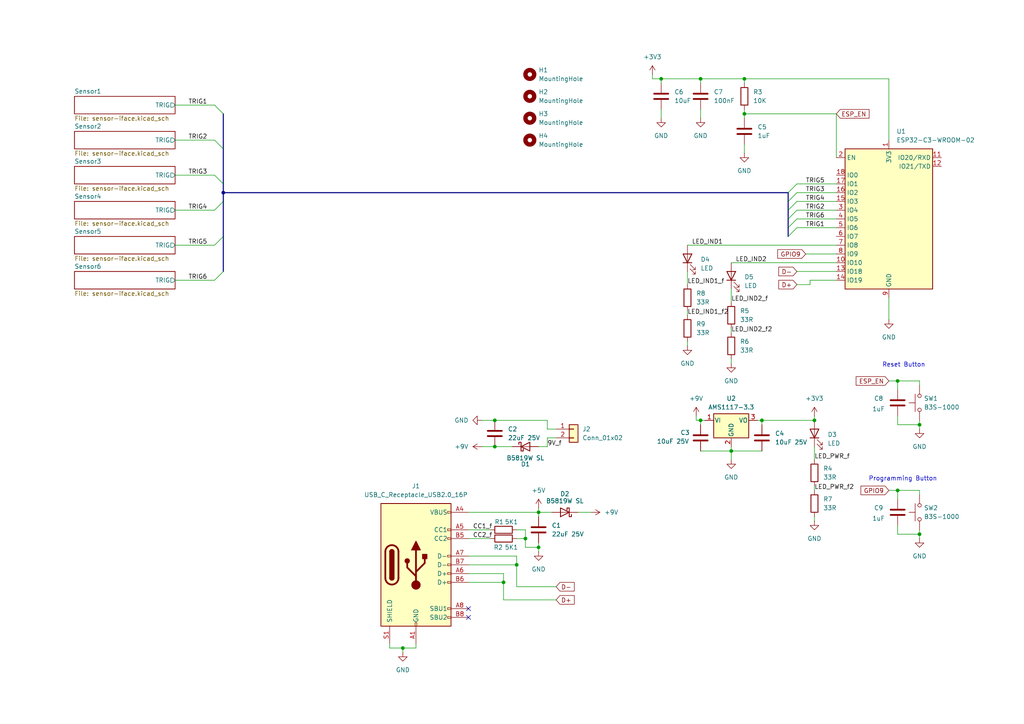
<source format=kicad_sch>
(kicad_sch (version 20231120) (generator "eeschema") (generator_version "8.0")
  (paper "A4")
  (lib_symbols
    (symbol "Connector:USB_C_Receptacle_USB2.0_16P" (pin_names (offset 1.016))
      (property "Reference" "J" (at 0 22.225 0))
      (property "Value" "USB_C_Receptacle_USB2.0_16P" (at 0 19.685 0))
      (symbol "USB_C_Receptacle_USB2.0_16P_0_0"
        (rectangle (start -0.254 -17.78) (end 0.254 -16.764))
        (rectangle (start 10.16 -14.986) (end 9.144 -15.494))
        (rectangle (start 10.16 -12.446) (end 9.144 -12.954))
        (rectangle (start 10.16 -4.826) (end 9.144 -5.334))
        (rectangle (start 10.16 -2.286) (end 9.144 -2.794))
        (rectangle (start 10.16 0.254) (end 9.144 -0.254))
        (rectangle (start 10.16 2.794) (end 9.144 2.286))
        (rectangle (start 10.16 7.874) (end 9.144 7.366))
        (rectangle (start 10.16 10.414) (end 9.144 9.906))
        (rectangle (start 10.16 15.494) (end 9.144 14.986))
      )
      (symbol "USB_C_Receptacle_USB2.0_16P_0_1"
        (rectangle (start -10.16 17.78) (end 10.16 -17.78) (stroke (width 0.254)) (fill (type background)))
        (arc (start -8.89 -3.81) (mid -6.985 -5.7067) (end -5.08 -3.81) (stroke (width 0.508)))
        (arc (start -7.62 -3.81) (mid -6.985 -4.4423) (end -6.35 -3.81) (stroke (width 0.254)))
        (arc (start -7.62 -3.81) (mid -6.985 -4.4423) (end -6.35 -3.81) (stroke (width 0.254)) (fill (type outline)))
        (rectangle (start -7.62 -3.81) (end -6.35 3.81) (stroke (width 0.254)) (fill (type outline)))
        (arc (start -6.35 3.81) (mid -6.985 4.4423) (end -7.62 3.81) (stroke (width 0.254)))
        (arc (start -6.35 3.81) (mid -6.985 4.4423) (end -7.62 3.81) (stroke (width 0.254)) (fill (type outline)))
        (arc (start -5.08 3.81) (mid -6.985 5.7067) (end -8.89 3.81) (stroke (width 0.508)))
        (circle (center -2.54 1.143) (radius 0.635) (stroke (width 0.254)) (fill (type outline)))
        (circle (center 0 -5.842) (radius 1.27) (fill (type outline)))
        (polyline (pts (xy -8.89 -3.81) (xy -8.89 3.81)) (stroke (width 0.508)))
        (polyline (pts (xy -5.08 3.81) (xy -5.08 -3.81)) (stroke (width 0.508)))
        (polyline (pts (xy 0 -5.842) (xy 0 4.318)) (stroke (width 0.508)))
        (polyline (pts (xy 0 -3.302) (xy -2.54 -0.762) (xy -2.54 0.508)) (stroke (width 0.508)))
        (polyline (pts (xy 0 -2.032) (xy 2.54 0.508) (xy 2.54 1.778)) (stroke (width 0.508)))
        (polyline (pts (xy -1.27 4.318) (xy 0 6.858) (xy 1.27 4.318) (xy -1.27 4.318)) (stroke (width 0.254)) (fill (type outline)))
        (rectangle (start 1.905 1.778) (end 3.175 3.048) (stroke (width 0.254)) (fill (type outline)))
      )
      (symbol "USB_C_Receptacle_USB2.0_16P_1_1"
        (pin passive line (at 0 -22.86 90) (length 5.08) (name "GND") (number "A1"))
        (pin passive line (at 0 -22.86 90) (length 5.08) hide (name "GND") (number "A12"))
        (pin passive line (at 15.24 15.24 180) (length 5.08) (name "VBUS") (number "A4"))
        (pin bidirectional line (at 15.24 10.16 180) (length 5.08) (name "CC1") (number "A5"))
        (pin bidirectional line (at 15.24 -2.54 180) (length 5.08) (name "D+") (number "A6"))
        (pin bidirectional line (at 15.24 2.54 180) (length 5.08) (name "D-") (number "A7"))
        (pin bidirectional line (at 15.24 -12.7 180) (length 5.08) (name "SBU1") (number "A8"))
        (pin passive line (at 15.24 15.24 180) (length 5.08) hide (name "VBUS") (number "A9"))
        (pin passive line (at 0 -22.86 90) (length 5.08) hide (name "GND") (number "B1"))
        (pin passive line (at 0 -22.86 90) (length 5.08) hide (name "GND") (number "B12"))
        (pin passive line (at 15.24 15.24 180) (length 5.08) hide (name "VBUS") (number "B4"))
        (pin bidirectional line (at 15.24 7.62 180) (length 5.08) (name "CC2") (number "B5"))
        (pin bidirectional line (at 15.24 -5.08 180) (length 5.08) (name "D+") (number "B6"))
        (pin bidirectional line (at 15.24 0 180) (length 5.08) (name "D-") (number "B7"))
        (pin bidirectional line (at 15.24 -15.24 180) (length 5.08) (name "SBU2") (number "B8"))
        (pin passive line (at 15.24 15.24 180) (length 5.08) hide (name "VBUS") (number "B9"))
        (pin passive line (at -7.62 -22.86 90) (length 5.08) (name "SHIELD") (number "S1"))
      )
    )
    (symbol "Connector_Generic:Conn_01x02" (pin_names (offset 1.016) hide)
      (property "Reference" "J" (at 0 2.54 0))
      (property "Value" "Conn_01x02" (at 0 -5.08 0))
      (symbol "Conn_01x02_1_1"
        (rectangle (start -1.27 -2.413) (end 0 -2.667) (stroke (width 0.1524)))
        (rectangle (start -1.27 0.127) (end 0 -0.127) (stroke (width 0.1524)))
        (rectangle (start -1.27 1.27) (end 1.27 -3.81) (stroke (width 0.254)) (fill (type background)))
        (pin passive line (at -5.08 0 0) (length 3.81) (name "Pin_1") (number "1"))
        (pin passive line (at -5.08 -2.54 0) (length 3.81) (name "Pin_2") (number "2"))
      )
    )
    (symbol "Device:C" (pin_numbers hide) (pin_names (offset 0.254))
      (property "Reference" "C" (at 0.635 2.54 0))
      (property "Value" "C" (at 0.635 -2.54 0))
      (symbol "C_0_1"
        (polyline (pts (xy -2.032 -0.762) (xy 2.032 -0.762)) (stroke (width 0.508)))
        (polyline (pts (xy -2.032 0.762) (xy 2.032 0.762)) (stroke (width 0.508)))
      )
      (symbol "C_1_1"
        (pin passive line (at 0 3.81 270) (length 2.794) (name "~") (number "1"))
        (pin passive line (at 0 -3.81 90) (length 2.794) (name "~") (number "2"))
      )
    )
    (symbol "Device:D_Schottky" (pin_numbers hide) (pin_names (offset 1.016) hide)
      (property "Reference" "D" (at 0 2.54 0))
      (property "Value" "D_Schottky" (at 0 -2.54 0))
      (symbol "D_Schottky_0_1"
        (polyline (pts (xy 1.27 0) (xy -1.27 0)))
        (polyline (pts (xy 1.27 1.27) (xy 1.27 -1.27) (xy -1.27 0) (xy 1.27 1.27)) (stroke (width 0.254)))
        (polyline (pts (xy -1.905 0.635) (xy -1.905 1.27) (xy -1.27 1.27) (xy -1.27 -1.27) (xy -0.635 -1.27) (xy -0.635 -0.635)) (stroke (width 0.254)))
      )
      (symbol "D_Schottky_1_1"
        (pin passive line (at -3.81 0 0) (length 2.54) (name "K") (number "1"))
        (pin passive line (at 3.81 0 180) (length 2.54) (name "A") (number "2"))
      )
    )
    (symbol "Device:LED" (pin_numbers hide) (pin_names (offset 1.016) hide)
      (property "Reference" "D" (at 0 2.54 0))
      (property "Value" "LED" (at 0 -2.54 0))
      (symbol "LED_0_1"
        (polyline (pts (xy -1.27 -1.27) (xy -1.27 1.27)) (stroke (width 0.254)))
        (polyline (pts (xy -1.27 0) (xy 1.27 0)))
        (polyline (pts (xy 1.27 -1.27) (xy 1.27 1.27) (xy -1.27 0) (xy 1.27 -1.27)) (stroke (width 0.254)))
        (polyline (pts (xy -3.048 -0.762) (xy -4.572 -2.286) (xy -3.81 -2.286) (xy -4.572 -2.286) (xy -4.572 -1.524)))
        (polyline (pts (xy -1.778 -0.762) (xy -3.302 -2.286) (xy -2.54 -2.286) (xy -3.302 -2.286) (xy -3.302 -1.524)))
      )
      (symbol "LED_1_1"
        (pin passive line (at -3.81 0 0) (length 2.54) (name "K") (number "1"))
        (pin passive line (at 3.81 0 180) (length 2.54) (name "A") (number "2"))
      )
    )
    (symbol "Device:R" (pin_numbers hide) (pin_names (offset 0))
      (property "Reference" "R" (at 2.032 0 90))
      (property "Value" "R" (at 0 0 90))
      (symbol "R_0_1"
        (rectangle (start -1.016 -2.54) (end 1.016 2.54) (stroke (width 0.254)))
      )
      (symbol "R_1_1"
        (pin passive line (at 0 3.81 270) (length 1.27) (name "~") (number "1"))
        (pin passive line (at 0 -3.81 90) (length 1.27) (name "~") (number "2"))
      )
    )
    (symbol "Mechanical:MountingHole" (pin_names (offset 1.016)) (exclude_from_sim yes) (in_bom no)
      (property "Reference" "H" (at 0 5.08 0))
      (property "Value" "MountingHole" (at 0 3.175 0))
      (symbol "MountingHole_0_1"
        (circle (center 0 0) (radius 1.27) (stroke (width 1.27)))
      )
    )
    (symbol "RF_Module:ESP32-C3-WROOM-02"
      (property "Reference" "U" (at -12.192 21.336 0))
      (property "Value" "ESP32-C3-WROOM-02" (at 12.192 21.336 0))
      (symbol "ESP32-C3-WROOM-02_1_1"
        (rectangle (start -12.7 20.32) (end 12.7 -20.32) (stroke (width 0.254)) (fill (type background)))
        (pin power_in line (at 0 22.86 270) (length 2.54) (name "3V3") (number "1"))
        (pin bidirectional line (at -15.24 -12.7 0) (length 2.54) (name "IO10") (number "10"))
        (pin bidirectional line (at 15.24 17.78 180) (length 2.54) (name "IO20/RXD") (number "11"))
        (pin bidirectional line (at 15.24 15.24 180) (length 2.54) (name "IO21/TXD") (number "12"))
        (pin bidirectional line (at -15.24 -15.24 0) (length 2.54) (name "IO18") (number "13"))
        (pin bidirectional line (at -15.24 -17.78 0) (length 2.54) (name "IO19") (number "14"))
        (pin bidirectional line (at -15.24 5.08 0) (length 2.54) (name "IO3") (number "15"))
        (pin bidirectional line (at -15.24 7.62 0) (length 2.54) (name "IO2") (number "16"))
        (pin bidirectional line (at -15.24 10.16 0) (length 2.54) (name "IO1") (number "17"))
        (pin bidirectional line (at -15.24 12.7 0) (length 2.54) (name "IO0") (number "18"))
        (pin passive line (at 0 -22.86 90) (length 2.54) hide (name "GND") (number "19"))
        (pin input line (at -15.24 17.78 0) (length 2.54) (name "EN") (number "2"))
        (pin bidirectional line (at -15.24 2.54 0) (length 2.54) (name "IO4") (number "3"))
        (pin bidirectional line (at -15.24 0 0) (length 2.54) (name "IO5") (number "4"))
        (pin bidirectional line (at -15.24 -2.54 0) (length 2.54) (name "IO6") (number "5"))
        (pin bidirectional line (at -15.24 -5.08 0) (length 2.54) (name "IO7") (number "6"))
        (pin bidirectional line (at -15.24 -7.62 0) (length 2.54) (name "IO8") (number "7"))
        (pin bidirectional line (at -15.24 -10.16 0) (length 2.54) (name "IO9") (number "8"))
        (pin power_in line (at 0 -22.86 90) (length 2.54) (name "GND") (number "9"))
      )
    )
    (symbol "Regulator_Linear:LF33_TO252" (pin_names (offset 0.254))
      (property "Reference" "U" (at -3.81 3.175 0))
      (property "Value" "LF33_TO252" (at 0 3.175 0))
      (symbol "LF33_TO252_0_1"
        (rectangle (start -5.08 1.905) (end 5.08 -5.08) (stroke (width 0.254)) (fill (type background)))
      )
      (symbol "LF33_TO252_1_1"
        (pin power_in line (at -7.62 0 0) (length 2.54) (name "VI") (number "1"))
        (pin power_in line (at 0 -7.62 90) (length 2.54) (name "GND") (number "2"))
        (pin power_out line (at 7.62 0 180) (length 2.54) (name "VO") (number "3"))
      )
    )
    (symbol "Switch:SW_Push" (pin_numbers hide) (pin_names (offset 1.016) hide)
      (property "Reference" "SW" (at 1.27 2.54 0))
      (property "Value" "SW_Push" (at 0 -1.524 0))
      (symbol "SW_Push_0_1"
        (circle (center -2.032 0) (radius 0.508))
        (polyline (pts (xy 0 1.27) (xy 0 3.048)))
        (polyline (pts (xy 2.54 1.27) (xy -2.54 1.27)))
        (circle (center 2.032 0) (radius 0.508))
        (pin passive line (at -5.08 0 0) (length 2.54) (name "1") (number "1"))
        (pin passive line (at 5.08 0 180) (length 2.54) (name "2") (number "2"))
      )
    )
    (symbol "power:+3V3" (power) (pin_numbers hide) (pin_names (offset 0) hide)
      (property "Value" "+3V3" (at 0 3.556 0))
      (symbol "+3V3_0_1"
        (polyline (pts (xy -0.762 1.27) (xy 0 2.54)))
        (polyline (pts (xy 0 0) (xy 0 2.54)))
        (polyline (pts (xy 0 2.54) (xy 0.762 1.27)))
      )
      (symbol "+3V3_1_1"
        (pin power_in line (at 0 0 90) (length 0) (name "~") (number "1"))
      )
    )
    (symbol "power:+5V" (power) (pin_numbers hide) (pin_names (offset 0) hide)
      (property "Value" "+5V" (at 0 3.556 0))
      (symbol "+5V_0_1"
        (polyline (pts (xy -0.762 1.27) (xy 0 2.54)))
        (polyline (pts (xy 0 0) (xy 0 2.54)))
        (polyline (pts (xy 0 2.54) (xy 0.762 1.27)))
      )
      (symbol "+5V_1_1"
        (pin power_in line (at 0 0 90) (length 0) (name "~") (number "1"))
      )
    )
    (symbol "power:+9V" (power) (pin_numbers hide) (pin_names (offset 0) hide)
      (property "Value" "+9V" (at 0 3.556 0))
      (symbol "+9V_0_1"
        (polyline (pts (xy -0.762 1.27) (xy 0 2.54)))
        (polyline (pts (xy 0 0) (xy 0 2.54)))
        (polyline (pts (xy 0 2.54) (xy 0.762 1.27)))
      )
      (symbol "+9V_1_1"
        (pin power_in line (at 0 0 90) (length 0) (name "~") (number "1"))
      )
    )
    (symbol "power:GND" (power) (pin_numbers hide) (pin_names (offset 0) hide)
      (property "Value" "GND" (at 0 -3.81 0))
      (symbol "GND_0_1"
        (polyline (pts (xy 0 0) (xy 0 -1.27) (xy 1.27 -1.27) (xy 0 -2.54) (xy -1.27 -1.27) (xy 0 -1.27)))
      )
      (symbol "GND_1_1"
        (pin power_in line (at 0 0 270) (length 0) (name "~") (number "1"))
      )
    )
  )
  (junction (at 152.4 156.21))
  (junction (at 146.05 168.91))
  (junction (at 149.86 163.83))
  (junction (at 220.98 121.92))
  (junction (at 266.7 123.19))
  (junction (at 260.35 142.24))
  (junction (at 156.21 158.75))
  (junction (at 215.9 22.86))
  (junction (at 191.77 22.86))
  (junction (at 236.22 121.92))
  (junction (at 203.2 121.92))
  (junction (at 212.09 130.81))
  (junction (at 215.9 33.02))
  (junction (at 203.2 22.86))
  (junction (at 260.35 110.49))
  (junction (at 64.77 55.88))
  (junction (at 143.51 129.54))
  (junction (at 266.7 154.94))
  (junction (at 116.84 187.96))
  (junction (at 143.51 121.92))
  (junction (at 156.21 148.59))
  (no_connect (at 135.89 179.07))
  (no_connect (at 135.89 176.53))
  (bus_entry (at 62.23 30.48) (size 2.54 2.54))
  (bus_entry (at 62.23 40.64) (size 2.54 2.54))
  (bus_entry (at 62.23 71.12) (size 2.54 -2.54))
  (bus_entry (at 228.6 63.5) (size 2.54 -2.54))
  (bus_entry (at 62.23 60.96) (size 2.54 -2.54))
  (bus_entry (at 228.6 58.42) (size 2.54 -2.54))
  (bus_entry (at 228.6 66.04) (size 2.54 -2.54))
  (bus_entry (at 62.23 50.8) (size 2.54 2.54))
  (bus_entry (at 228.6 60.96) (size 2.54 -2.54))
  (bus_entry (at 228.6 68.58) (size 2.54 -2.54))
  (bus_entry (at 62.23 81.28) (size 2.54 -2.54))
  (bus_entry (at 228.6 55.88) (size 2.54 -2.54))
  (wire (pts (xy 203.2 22.86) (xy 203.2 24.13)))
  (wire (pts (xy 212.09 104.14) (xy 212.09 105.41)))
  (wire (pts (xy 191.77 22.86) (xy 203.2 22.86)))
  (wire (pts (xy 231.14 78.74) (xy 242.57 78.74)))
  (wire (pts (xy 203.2 130.81) (xy 212.09 130.81)))
  (wire (pts (xy 203.2 31.75) (xy 203.2 34.29)))
  (wire (pts (xy 220.98 121.92) (xy 220.98 123.19)))
  (wire (pts (xy 143.51 121.92) (xy 158.75 121.92)))
  (wire (pts (xy 50.8 71.12) (xy 62.23 71.12)))
  (wire (pts (xy 260.35 152.4) (xy 260.35 154.94)))
  (wire (pts (xy 50.8 40.64) (xy 62.23 40.64)))
  (wire (pts (xy 266.7 121.92) (xy 266.7 123.19)))
  (bus (pts (xy 64.77 33.02) (xy 64.77 43.18)))
  (wire (pts (xy 149.86 163.83) (xy 149.86 170.18)))
  (wire (pts (xy 260.35 110.49) (xy 266.7 110.49)))
  (wire (pts (xy 135.89 161.29) (xy 149.86 161.29)))
  (wire (pts (xy 135.89 166.37) (xy 146.05 166.37)))
  (bus (pts (xy 228.6 63.5) (xy 228.6 66.04)))
  (wire (pts (xy 146.05 166.37) (xy 146.05 168.91)))
  (wire (pts (xy 152.4 156.21) (xy 152.4 158.75)))
  (wire (pts (xy 199.39 90.17) (xy 199.39 91.44)))
  (wire (pts (xy 161.29 127) (xy 158.75 127)))
  (wire (pts (xy 266.7 156.21) (xy 266.7 154.94)))
  (wire (pts (xy 260.35 110.49) (xy 260.35 113.03)))
  (wire (pts (xy 212.09 95.25) (xy 212.09 96.52)))
  (wire (pts (xy 257.81 22.86) (xy 257.81 40.64)))
  (wire (pts (xy 257.81 142.24) (xy 260.35 142.24)))
  (wire (pts (xy 201.93 120.65) (xy 201.93 121.92)))
  (wire (pts (xy 156.21 157.48) (xy 156.21 158.75)))
  (wire (pts (xy 231.14 60.96) (xy 242.57 60.96)))
  (wire (pts (xy 135.89 153.67) (xy 142.24 153.67)))
  (wire (pts (xy 50.8 81.28) (xy 62.23 81.28)))
  (wire (pts (xy 231.14 55.88) (xy 242.57 55.88)))
  (wire (pts (xy 212.09 130.81) (xy 220.98 130.81)))
  (wire (pts (xy 266.7 153.67) (xy 266.7 154.94)))
  (wire (pts (xy 260.35 142.24) (xy 260.35 144.78)))
  (wire (pts (xy 236.22 140.97) (xy 236.22 142.24)))
  (wire (pts (xy 113.03 186.69) (xy 113.03 187.96)))
  (wire (pts (xy 149.86 153.67) (xy 152.4 153.67)))
  (wire (pts (xy 231.14 63.5) (xy 242.57 63.5)))
  (wire (pts (xy 191.77 31.75) (xy 191.77 34.29)))
  (wire (pts (xy 135.89 168.91) (xy 146.05 168.91)))
  (wire (pts (xy 231.14 66.04) (xy 242.57 66.04)))
  (wire (pts (xy 215.9 33.02) (xy 215.9 34.29)))
  (wire (pts (xy 215.9 22.86) (xy 215.9 24.13)))
  (wire (pts (xy 189.23 22.86) (xy 191.77 22.86)))
  (bus (pts (xy 228.6 60.96) (xy 228.6 63.5)))
  (bus (pts (xy 228.6 55.88) (xy 228.6 58.42)))
  (wire (pts (xy 199.39 71.12) (xy 242.57 71.12)))
  (wire (pts (xy 149.86 161.29) (xy 149.86 163.83)))
  (wire (pts (xy 215.9 33.02) (xy 242.57 33.02)))
  (wire (pts (xy 143.51 129.54) (xy 148.59 129.54)))
  (wire (pts (xy 152.4 158.75) (xy 156.21 158.75)))
  (bus (pts (xy 64.77 68.58) (xy 64.77 78.74)))
  (wire (pts (xy 233.68 73.66) (xy 242.57 73.66)))
  (wire (pts (xy 260.35 120.65) (xy 260.35 123.19)))
  (wire (pts (xy 260.35 123.19) (xy 266.7 123.19)))
  (wire (pts (xy 146.05 168.91) (xy 146.05 173.99)))
  (bus (pts (xy 64.77 43.18) (xy 64.77 53.34)))
  (wire (pts (xy 266.7 110.49) (xy 266.7 111.76)))
  (wire (pts (xy 113.03 187.96) (xy 116.84 187.96)))
  (wire (pts (xy 215.9 22.86) (xy 257.81 22.86)))
  (wire (pts (xy 152.4 153.67) (xy 152.4 156.21)))
  (wire (pts (xy 236.22 149.86) (xy 236.22 151.13)))
  (bus (pts (xy 228.6 58.42) (xy 228.6 60.96)))
  (wire (pts (xy 158.75 127) (xy 158.75 129.54)))
  (wire (pts (xy 156.21 129.54) (xy 158.75 129.54)))
  (wire (pts (xy 203.2 121.92) (xy 204.47 121.92)))
  (wire (pts (xy 116.84 187.96) (xy 116.84 189.23)))
  (wire (pts (xy 139.7 121.92) (xy 143.51 121.92)))
  (wire (pts (xy 203.2 22.86) (xy 215.9 22.86)))
  (wire (pts (xy 199.39 99.06) (xy 199.39 100.33)))
  (wire (pts (xy 50.8 60.96) (xy 62.23 60.96)))
  (bus (pts (xy 64.77 53.34) (xy 64.77 55.88)))
  (wire (pts (xy 139.7 129.54) (xy 143.51 129.54)))
  (wire (pts (xy 215.9 41.91) (xy 215.9 44.45)))
  (wire (pts (xy 201.93 121.92) (xy 203.2 121.92)))
  (bus (pts (xy 64.77 55.88) (xy 64.77 58.42)))
  (wire (pts (xy 220.98 121.92) (xy 236.22 121.92)))
  (wire (pts (xy 167.64 148.59) (xy 171.45 148.59)))
  (wire (pts (xy 257.81 110.49) (xy 260.35 110.49)))
  (wire (pts (xy 189.23 21.59) (xy 189.23 22.86)))
  (wire (pts (xy 212.09 76.2) (xy 242.57 76.2)))
  (wire (pts (xy 120.65 186.69) (xy 120.65 187.96)))
  (wire (pts (xy 266.7 143.51) (xy 266.7 142.24)))
  (wire (pts (xy 146.05 173.99) (xy 161.29 173.99)))
  (wire (pts (xy 50.8 30.48) (xy 62.23 30.48)))
  (wire (pts (xy 212.09 83.82) (xy 212.09 87.63)))
  (wire (pts (xy 231.14 53.34) (xy 242.57 53.34)))
  (wire (pts (xy 158.75 124.46) (xy 158.75 121.92)))
  (wire (pts (xy 234.95 82.55) (xy 234.95 81.28)))
  (wire (pts (xy 231.14 58.42) (xy 242.57 58.42)))
  (wire (pts (xy 242.57 33.02) (xy 242.57 45.72)))
  (bus (pts (xy 228.6 66.04) (xy 228.6 68.58)))
  (wire (pts (xy 116.84 187.96) (xy 120.65 187.96)))
  (wire (pts (xy 161.29 124.46) (xy 158.75 124.46)))
  (wire (pts (xy 135.89 148.59) (xy 156.21 148.59)))
  (wire (pts (xy 156.21 148.59) (xy 156.21 149.86)))
  (bus (pts (xy 64.77 58.42) (xy 64.77 68.58)))
  (wire (pts (xy 266.7 123.19) (xy 266.7 124.46)))
  (wire (pts (xy 156.21 147.32) (xy 156.21 148.59)))
  (wire (pts (xy 236.22 129.54) (xy 236.22 133.35)))
  (wire (pts (xy 191.77 22.86) (xy 191.77 24.13)))
  (wire (pts (xy 135.89 156.21) (xy 142.24 156.21)))
  (wire (pts (xy 260.35 154.94) (xy 266.7 154.94)))
  (wire (pts (xy 257.81 86.36) (xy 257.81 92.71)))
  (wire (pts (xy 203.2 121.92) (xy 203.2 123.19)))
  (wire (pts (xy 135.89 163.83) (xy 149.86 163.83)))
  (wire (pts (xy 219.71 121.92) (xy 220.98 121.92)))
  (wire (pts (xy 260.35 142.24) (xy 266.7 142.24)))
  (wire (pts (xy 236.22 120.65) (xy 236.22 121.92)))
  (wire (pts (xy 231.14 82.55) (xy 234.95 82.55)))
  (wire (pts (xy 199.39 78.74) (xy 199.39 82.55)))
  (bus (pts (xy 64.77 55.88) (xy 228.6 55.88)))
  (wire (pts (xy 50.8 50.8) (xy 62.23 50.8)))
  (wire (pts (xy 215.9 31.75) (xy 215.9 33.02)))
  (wire (pts (xy 212.09 129.54) (xy 212.09 130.81)))
  (wire (pts (xy 149.86 156.21) (xy 152.4 156.21)))
  (wire (pts (xy 149.86 170.18) (xy 161.29 170.18)))
  (wire (pts (xy 156.21 158.75) (xy 156.21 160.02)))
  (wire (pts (xy 234.95 81.28) (xy 242.57 81.28)))
  (wire (pts (xy 156.21 148.59) (xy 160.02 148.59)))
  (wire (pts (xy 212.09 130.81) (xy 212.09 133.35)))
  (text "Reset Button" (at 262.128 105.918 0) (effects (font (size 1.27 1.27))))
  (text "Programming Button" (at 261.874 138.938 0) (effects (font (size 1.27 1.27))))
  (label "TRIG3" (at 54.61 50.8 0))
  (label "TRIG6" (at 233.68 63.5 0))
  (label "LED_IND1" (at 200.66 71.12 0))
  (label "LED_IND1_f" (at 199.39 82.55 0))
  (label "LED_PWR_f" (at 236.22 133.35 0))
  (label "LED_IND2" (at 213.36 76.2 0))
  (label "TRIG3" (at 233.68 55.88 0))
  (label "LED_IND1_f2" (at 199.39 91.44 0))
  (label "TRIG5" (at 54.61 71.12 0))
  (label "TRIG4" (at 233.68 58.42 0))
  (label "TRIG2" (at 54.61 40.64 0))
  (label "9V_f" (at 158.75 129.54 0))
  (label "TRIG2" (at 233.68 60.96 0))
  (label "TRIG6" (at 54.61 81.28 0))
  (label "LED_PWR_f2" (at 236.22 142.24 0))
  (label "TRIG4" (at 54.61 60.96 0))
  (label "LED_IND2_f" (at 212.09 87.63 0))
  (label "LED_IND2_f2" (at 212.09 96.52 0))
  (label "TRIG1" (at 54.61 30.48 0))
  (label "TRIG1" (at 233.68 66.04 0))
  (label "TRIG5" (at 233.68 53.34 0))
  (label "CC2_f" (at 137.16 156.21 0))
  (label "CC1_f" (at 137.16 153.67 0))
  (global_label "GPIO9" (shape input) (at 257.81 142.24 180) (property "Intersheetrefs" "${INTERSHEET_REFS}" (effects (hide yes))))
  (global_label "D-" (shape input) (at 231.14 78.74 180) (property "Intersheetrefs" "${INTERSHEET_REFS}" (effects (hide yes))))
  (global_label "D+" (shape input) (at 161.29 173.99 0) (property "Intersheetrefs" "${INTERSHEET_REFS}" (effects (hide yes))))
  (global_label "ESP_EN" (shape input) (at 242.57 33.02 0) (property "Intersheetrefs" "${INTERSHEET_REFS}" (effects (hide yes))))
  (global_label "GPIO9" (shape input) (at 233.68 73.66 180) (property "Intersheetrefs" "${INTERSHEET_REFS}" (effects (hide yes))))
  (global_label "ESP_EN" (shape input) (at 257.81 110.49 180) (property "Intersheetrefs" "${INTERSHEET_REFS}" (effects (hide yes))))
  (global_label "D+" (shape input) (at 231.14 82.55 180) (property "Intersheetrefs" "${INTERSHEET_REFS}" (effects (hide yes))))
  (global_label "D-" (shape input) (at 161.29 170.18 0) (property "Intersheetrefs" "${INTERSHEET_REFS}" (effects (hide yes))))
  (symbol (lib_id "Mechanical:MountingHole") (at 153.67 40.64 0) (unit 1) (exclude_from_sim yes) (in_bom no)
    (property "Reference" "H4" (at 156.21 39.3699 0) (effects (justify left)))
    (property "Value" "MountingHole" (at 156.21 41.9099 0) (effects (justify left)))
    (property "Footprint" "MountingHole:MountingHole_2.5mm" (effects (hide yes)))
    (property "Description" "Mounting Hole without connection" (effects (hide yes)))
  )
  (symbol (lib_id "Device:C") (at 215.9 38.1 0) (unit 1)
    (property "Reference" "C5" (at 219.71 36.8299 0) (effects (justify left)))
    (property "Value" "1uF" (at 219.71 39.3699 0) (effects (justify left)))
    (property "Footprint" "Capacitor_SMD:C_0603_1608Metric" (effects (hide yes)))
    (property "Description" "Unpolarized capacitor" (effects (hide yes)))
  )
  (symbol (lib_id "Device:R") (at 199.39 86.36 0) (unit 1)
    (property "Reference" "R8" (at 201.93 85.0899 0) (effects (justify left)))
    (property "Value" "33R" (at 201.93 87.6299 0) (effects (justify left)))
    (property "Footprint" "Resistor_SMD:R_0402_1005Metric" (effects (hide yes)))
    (property "Description" "Resistor" (effects (hide yes)))
    (property "JLCPCB Part #" "C25105" (effects (hide yes)))
  )
  (symbol (lib_id "Switch:SW_Push") (at 266.7 148.59 90) (unit 1)
    (property "Reference" "SW2" (at 267.97 147.3199 90) (effects (justify right)))
    (property "Value" "B3S-1000" (at 267.97 149.8599 90) (effects (justify right)))
    (property "Footprint" "Button_Switch_SMD:SW_SPST_B3S-1000" (effects (hide yes)))
    (property "Description" "Push button switch, generic, two pins" (effects (hide yes)))
  )
  (symbol (lib_id "Device:R") (at 215.9 27.94 0) (unit 1)
    (property "Reference" "R3" (at 218.44 26.6699 0) (effects (justify left)))
    (property "Value" "10K" (at 218.44 29.2099 0) (effects (justify left)))
    (property "Footprint" "Resistor_SMD:R_0402_1005Metric" (effects (hide yes)))
    (property "Description" "Resistor" (effects (hide yes)))
    (property "JLCPCB Part #" "C25744" (effects (hide yes)))
  )
  (symbol (lib_id "Device:R") (at 236.22 137.16 0) (unit 1)
    (property "Reference" "R4" (at 238.76 135.8899 0) (effects (justify left)))
    (property "Value" "33R" (at 238.76 138.4299 0) (effects (justify left)))
    (property "Footprint" "Resistor_SMD:R_0402_1005Metric" (effects (hide yes)))
    (property "Description" "Resistor" (effects (hide yes)))
    (property "JLCPCB Part #" "C25105" (effects (hide yes)))
  )
  (symbol (lib_id "power:GND") (at 156.21 160.02 0) (unit 1)
    (property "Reference" "#PWR05" (effects (hide yes)))
    (property "Value" "GND" (at 156.21 165.1 0))
    (property "Description" "Power symbol creates a global label with name \"GND\" , ground" (effects (hide yes)))
  )
  (symbol (lib_id "Connector:USB_C_Receptacle_USB2.0_16P") (at 120.65 163.83 0) (unit 1)
    (property "Reference" "J1" (at 120.65 140.97 0))
    (property "Value" "USB_C_Receptacle_USB2.0_16P" (at 120.65 143.51 0))
    (property "Footprint" "Connector_USB:USB_C_Receptacle_XKB_U262-16XN-4BVC11" (effects (hide yes)))
    (property "Datasheet" "https://www.usb.org/sites/default/files/documents/usb_type-c.zip" (effects (hide yes)))
    (property "Description" "USB 2.0-only 16P Type-C Receptacle connector" (effects (hide yes)))
    (property "JLCPCB Part #" "C319148" (effects (hide yes)))
  )
  (symbol (lib_id "Device:R") (at 212.09 91.44 0) (unit 1)
    (property "Reference" "R5" (at 214.63 90.1699 0) (effects (justify left)))
    (property "Value" "33R" (at 214.63 92.7099 0) (effects (justify left)))
    (property "Footprint" "Resistor_SMD:R_0402_1005Metric" (effects (hide yes)))
    (property "Description" "Resistor" (effects (hide yes)))
    (property "JLCPCB Part #" "C25105" (effects (hide yes)))
  )
  (symbol (lib_id "power:+9V") (at 139.7 129.54 90) (unit 1)
    (property "Reference" "#PWR04" (effects (hide yes)))
    (property "Value" "+9V" (at 135.89 129.5399 90) (effects (justify left)))
    (property "Description" "Power symbol creates a global label with name \"+9V\"" (effects (hide yes)))
  )
  (symbol (lib_id "power:GND") (at 236.22 151.13 0) (unit 1)
    (property "Reference" "#PWR041" (effects (hide yes)))
    (property "Value" "GND" (at 236.22 156.21 0))
    (property "Description" "Power symbol creates a global label with name \"GND\" , ground" (effects (hide yes)))
  )
  (symbol (lib_id "Device:C") (at 260.35 116.84 180) (unit 1)
    (property "Reference" "C8" (at 253.492 115.57 0) (effects (justify right)))
    (property "Value" "1uF" (at 252.984 118.618 0) (effects (justify right)))
    (property "Footprint" "Capacitor_SMD:C_0603_1608Metric" (effects (hide yes)))
    (property "Description" "Unpolarized capacitor" (effects (hide yes)))
  )
  (symbol (lib_id "Regulator_Linear:LF33_TO252") (at 212.09 121.92 0) (unit 1)
    (property "Reference" "U2" (at 212.09 115.57 0))
    (property "Value" "AMS1117-3.3" (at 212.09 118.11 0))
    (property "Footprint" "Package_TO_SOT_SMD:SOT-223-3_TabPin2" (effects (hide yes)))
    (property "Datasheet" "http://www.st.com/content/ccc/resource/technical/document/datasheet/c4/0e/7e/2a/be/bc/4c/bd/CD00000546.pdf/files/CD00000546.pdf/jcr:content/translations/en.CD00000546.pdf" (effects (hide yes)))
    (property "Description" "Low-drop Voltage Regulator, Io up to 500mA, Fixed Vo 3.3V, TO-252 (DPAK)" (effects (hide yes)))
    (property "JLCPCB Part #" "C6186" (effects (hide yes)))
  )
  (symbol (lib_id "power:GND") (at 266.7 124.46 0) (unit 1)
    (property "Reference" "#PWR015" (effects (hide yes)))
    (property "Value" "GND" (at 266.7 129.54 0))
    (property "Description" "Power symbol creates a global label with name \"GND\" , ground" (effects (hide yes)))
  )
  (symbol (lib_id "Device:C") (at 156.21 153.67 0) (unit 1)
    (property "Reference" "C1" (at 160.02 152.3999 0) (effects (justify left)))
    (property "Value" "22uF 25V" (at 160.02 154.9399 0) (effects (justify left)))
    (property "Footprint" "Capacitor_SMD:C_1206_3216Metric" (effects (hide yes)))
    (property "Description" "Unpolarized capacitor" (effects (hide yes)))
    (property "JLCPCB Part #" "C12891" (effects (hide yes)))
  )
  (symbol (lib_id "Device:C") (at 203.2 127 0) (unit 1)
    (property "Reference" "C3" (at 197.358 125.476 0) (effects (justify left)))
    (property "Value" "10uF 25V" (at 190.5 128.016 0) (effects (justify left)))
    (property "Footprint" "Capacitor_SMD:C_0603_1608Metric" (effects (hide yes)))
    (property "Description" "Unpolarized capacitor" (effects (hide yes)))
    (property "JLCPCB Part #" "C96446" (effects (hide yes)))
  )
  (symbol (lib_id "Device:D_Schottky") (at 152.4 129.54 0) (unit 1)
    (property "Reference" "D1" (at 152.4 134.62 0))
    (property "Value" "B5819W SL" (at 152.4 132.842 0))
    (property "Footprint" "Diode_SMD:D_SOD-123" (effects (hide yes)))
    (property "Description" "Schottky diode" (effects (hide yes)))
    (property "JLCPCB Part #" "C8598" (effects (hide yes)))
  )
  (symbol (lib_id "power:GND") (at 212.09 133.35 0) (unit 1)
    (property "Reference" "#PWR09" (effects (hide yes)))
    (property "Value" "GND" (at 212.09 138.43 0))
    (property "Description" "Power symbol creates a global label with name \"GND\" , ground" (effects (hide yes)))
  )
  (symbol (lib_id "power:GND") (at 266.7 156.21 0) (unit 1)
    (property "Reference" "#PWR016" (effects (hide yes)))
    (property "Value" "GND" (at 266.7 161.29 0))
    (property "Description" "Power symbol creates a global label with name \"GND\" , ground" (effects (hide yes)))
  )
  (symbol (lib_id "power:GND") (at 215.9 44.45 0) (unit 1)
    (property "Reference" "#PWR014" (effects (hide yes)))
    (property "Value" "GND" (at 215.9 49.53 0))
    (property "Description" "Power symbol creates a global label with name \"GND\" , ground" (effects (hide yes)))
  )
  (symbol (lib_id "power:GND") (at 199.39 100.33 0) (unit 1)
    (property "Reference" "#PWR044" (effects (hide yes)))
    (property "Value" "GND" (at 199.39 105.41 0))
    (property "Description" "Power symbol creates a global label with name \"GND\" , ground" (effects (hide yes)))
  )
  (symbol (lib_id "Device:R") (at 236.22 146.05 0) (unit 1)
    (property "Reference" "R7" (at 238.76 144.7799 0) (effects (justify left)))
    (property "Value" "33R" (at 238.76 147.3199 0) (effects (justify left)))
    (property "Footprint" "Resistor_SMD:R_0402_1005Metric" (effects (hide yes)))
    (property "Description" "Resistor" (effects (hide yes)))
    (property "JLCPCB Part #" "C25105" (effects (hide yes)))
  )
  (symbol (lib_id "Device:R") (at 212.09 100.33 0) (unit 1)
    (property "Reference" "R6" (at 214.63 99.0599 0) (effects (justify left)))
    (property "Value" "33R" (at 214.63 101.5999 0) (effects (justify left)))
    (property "Footprint" "Resistor_SMD:R_0402_1005Metric" (effects (hide yes)))
    (property "Description" "Resistor" (effects (hide yes)))
    (property "JLCPCB Part #" "C25105" (effects (hide yes)))
  )
  (symbol (lib_id "power:+5V") (at 156.21 147.32 0) (unit 1)
    (property "Reference" "#PWR03" (effects (hide yes)))
    (property "Value" "+5V" (at 156.21 142.24 0))
    (property "Description" "Power symbol creates a global label with name \"+5V\"" (effects (hide yes)))
  )
  (symbol (lib_id "Device:R") (at 146.05 153.67 90) (unit 1)
    (property "Reference" "R1" (at 144.78 151.384 90))
    (property "Value" "5K1" (at 148.336 151.384 90))
    (property "Footprint" "Resistor_SMD:R_0402_1005Metric" (effects (hide yes)))
    (property "Description" "Resistor" (effects (hide yes)))
  )
  (symbol (lib_id "Device:D_Schottky") (at 163.83 148.59 180) (unit 1)
    (property "Reference" "D2" (at 163.83 143.256 0))
    (property "Value" "B5819W SL" (at 163.83 145.288 0))
    (property "Footprint" "Diode_SMD:D_SOD-123" (effects (hide yes)))
    (property "Description" "Schottky diode" (effects (hide yes)))
    (property "JLCPCB Part #" "C8598" (effects (hide yes)))
  )
  (symbol (lib_id "power:GND") (at 116.84 189.23 0) (unit 1)
    (property "Reference" "#PWR06" (effects (hide yes)))
    (property "Value" "GND" (at 116.84 194.31 0))
    (property "Description" "Power symbol creates a global label with name \"GND\" , ground" (effects (hide yes)))
  )
  (symbol (lib_id "power:GND") (at 191.77 34.29 0) (unit 1)
    (property "Reference" "#PWR012" (effects (hide yes)))
    (property "Value" "GND" (at 191.77 39.37 0))
    (property "Description" "Power symbol creates a global label with name \"GND\" , ground" (effects (hide yes)))
  )
  (symbol (lib_id "power:+9V") (at 171.45 148.59 270) (unit 1)
    (property "Reference" "#PWR08" (effects (hide yes)))
    (property "Value" "+9V" (at 175.26 148.5899 90) (effects (justify left)))
    (property "Description" "Power symbol creates a global label with name \"+9V\"" (effects (hide yes)))
  )
  (symbol (lib_id "Device:LED") (at 199.39 74.93 90) (unit 1)
    (property "Reference" "D4" (at 203.2 75.2474 90) (effects (justify right)))
    (property "Value" "LED" (at 203.2 77.7874 90) (effects (justify right)))
    (property "Footprint" "LED_SMD:LED_0603_1608Metric" (effects (hide yes)))
    (property "Description" "Light emitting diode" (effects (hide yes)))
    (property "JLCPCB Part #" "C2286" (effects (hide yes)))
  )
  (symbol (lib_id "Device:LED") (at 236.22 125.73 90) (unit 1)
    (property "Reference" "D3" (at 240.03 126.0474 90) (effects (justify right)))
    (property "Value" "LED" (at 240.03 128.5874 90) (effects (justify right)))
    (property "Footprint" "LED_SMD:LED_0603_1608Metric" (effects (hide yes)))
    (property "Description" "Light emitting diode" (effects (hide yes)))
    (property "JLCPCB Part #" "C2286" (effects (hide yes)))
  )
  (symbol (lib_id "power:+3V3") (at 189.23 21.59 0) (unit 1)
    (property "Reference" "#PWR01" (effects (hide yes)))
    (property "Value" "+3V3" (at 189.23 16.51 0))
    (property "Description" "Power symbol creates a global label with name \"+3V3\"" (effects (hide yes)))
  )
  (symbol (lib_id "power:+3V3") (at 236.22 120.65 0) (unit 1)
    (property "Reference" "#PWR011" (effects (hide yes)))
    (property "Value" "+3V3" (at 236.22 115.57 0))
    (property "Description" "Power symbol creates a global label with name \"+3V3\"" (effects (hide yes)))
  )
  (symbol (lib_id "RF_Module:ESP32-C3-WROOM-02") (at 257.81 63.5 0) (unit 1)
    (property "Reference" "U1" (at 260.0041 38.1 0) (effects (justify left)))
    (property "Value" "ESP32-C3-WROOM-02" (at 260.0041 40.64 0) (effects (justify left)))
    (property "Footprint" "RF_Module:ESP32-C3-WROOM-02" (effects (hide yes)))
    (property "Datasheet" "https://www.espressif.com/sites/default/files/documentation/esp32-c3-wroom-02_datasheet_en.pdf" (effects (hide yes)))
    (property "Description" "802.11 b/g/n Wi­Fi and Bluetooth 5 module, ESP32­C3 SoC, RISC­V microprocessor, On-board antenna" (effects (hide yes)))
    (property "JLCPCB Part #" "C2934560" (effects (hide yes)))
  )
  (symbol (lib_id "Device:R") (at 146.05 156.21 90) (unit 1)
    (property "Reference" "R2" (at 144.526 158.75 90))
    (property "Value" "5K1" (at 148.336 158.75 90))
    (property "Footprint" "Resistor_SMD:R_0402_1005Metric" (effects (hide yes)))
    (property "Description" "Resistor" (effects (hide yes)))
  )
  (symbol (lib_id "power:GND") (at 203.2 34.29 0) (unit 1)
    (property "Reference" "#PWR013" (effects (hide yes)))
    (property "Value" "GND" (at 203.2 39.37 0))
    (property "Description" "Power symbol creates a global label with name \"GND\" , ground" (effects (hide yes)))
  )
  (symbol (lib_id "Device:R") (at 199.39 95.25 0) (unit 1)
    (property "Reference" "R9" (at 201.93 93.9799 0) (effects (justify left)))
    (property "Value" "33R" (at 201.93 96.5199 0) (effects (justify left)))
    (property "Footprint" "Resistor_SMD:R_0402_1005Metric" (effects (hide yes)))
    (property "Description" "Resistor" (effects (hide yes)))
    (property "JLCPCB Part #" "C25105" (effects (hide yes)))
  )
  (symbol (lib_id "power:GND") (at 212.09 105.41 0) (unit 1)
    (property "Reference" "#PWR042" (effects (hide yes)))
    (property "Value" "GND" (at 212.09 110.49 0))
    (property "Description" "Power symbol creates a global label with name \"GND\" , ground" (effects (hide yes)))
  )
  (symbol (lib_id "power:GND") (at 257.81 92.71 0) (unit 1)
    (property "Reference" "#PWR02" (effects (hide yes)))
    (property "Value" "GND" (at 257.81 97.79 0))
    (property "Description" "Power symbol creates a global label with name \"GND\" , ground" (effects (hide yes)))
  )
  (symbol (lib_id "Device:C") (at 260.35 148.59 180) (unit 1)
    (property "Reference" "C9" (at 253.492 147.32 0) (effects (justify right)))
    (property "Value" "1uF" (at 252.984 150.368 0) (effects (justify right)))
    (property "Footprint" "Capacitor_SMD:C_0603_1608Metric" (effects (hide yes)))
    (property "Description" "Unpolarized capacitor" (effects (hide yes)))
  )
  (symbol (lib_id "power:+9V") (at 201.93 120.65 0) (unit 1)
    (property "Reference" "#PWR010" (effects (hide yes)))
    (property "Value" "+9V" (at 201.93 115.57 0))
    (property "Description" "Power symbol creates a global label with name \"+9V\"" (effects (hide yes)))
  )
  (symbol (lib_id "Mechanical:MountingHole") (at 153.67 21.59 0) (unit 1) (exclude_from_sim yes) (in_bom no)
    (property "Reference" "H1" (at 156.21 20.3199 0) (effects (justify left)))
    (property "Value" "MountingHole" (at 156.21 22.8599 0) (effects (justify left)))
    (property "Footprint" "MountingHole:MountingHole_2.5mm" (effects (hide yes)))
    (property "Description" "Mounting Hole without connection" (effects (hide yes)))
  )
  (symbol (lib_id "Mechanical:MountingHole") (at 153.67 34.29 0) (unit 1) (exclude_from_sim yes) (in_bom no)
    (property "Reference" "H3" (at 156.21 33.0199 0) (effects (justify left)))
    (property "Value" "MountingHole" (at 156.21 35.5599 0) (effects (justify left)))
    (property "Footprint" "MountingHole:MountingHole_2.5mm" (effects (hide yes)))
    (property "Description" "Mounting Hole without connection" (effects (hide yes)))
  )
  (symbol (lib_id "Device:C") (at 191.77 27.94 0) (unit 1)
    (property "Reference" "C6" (at 195.58 26.6699 0) (effects (justify left)))
    (property "Value" "10uF" (at 195.58 29.2099 0) (effects (justify left)))
    (property "Footprint" "Capacitor_SMD:C_0603_1608Metric" (effects (hide yes)))
    (property "Description" "Unpolarized capacitor" (effects (hide yes)))
    (property "JLCPCB Part #" "C96446" (effects (hide yes)))
  )
  (symbol (lib_id "Device:C") (at 220.98 127 0) (unit 1)
    (property "Reference" "C4" (at 224.79 125.7299 0) (effects (justify left)))
    (property "Value" "10uF 25V" (at 224.79 128.2699 0) (effects (justify left)))
    (property "Footprint" "Capacitor_SMD:C_0603_1608Metric" (effects (hide yes)))
    (property "Description" "Unpolarized capacitor" (effects (hide yes)))
    (property "JLCPCB Part #" "C96446" (effects (hide yes)))
  )
  (symbol (lib_id "Mechanical:MountingHole") (at 153.67 27.94 0) (unit 1) (exclude_from_sim yes) (in_bom no)
    (property "Reference" "H2" (at 156.21 26.6699 0) (effects (justify left)))
    (property "Value" "MountingHole" (at 156.21 29.2099 0) (effects (justify left)))
    (property "Footprint" "MountingHole:MountingHole_2.5mm" (effects (hide yes)))
    (property "Description" "Mounting Hole without connection" (effects (hide yes)))
  )
  (symbol (lib_id "Device:C") (at 203.2 27.94 0) (unit 1)
    (property "Reference" "C7" (at 207.01 26.6699 0) (effects (justify left)))
    (property "Value" "100nF" (at 207.01 29.2099 0) (effects (justify left)))
    (property "Footprint" "Capacitor_SMD:C_0603_1608Metric" (effects (hide yes)))
    (property "Description" "Unpolarized capacitor" (effects (hide yes)))
    (property "JLCPCB Part #" "C14663" (effects (hide yes)))
  )
  (symbol (lib_id "Device:C") (at 143.51 125.73 0) (unit 1)
    (property "Reference" "C2" (at 147.32 124.4599 0) (effects (justify left)))
    (property "Value" "22uF 25V" (at 147.32 126.9999 0) (effects (justify left)))
    (property "Footprint" "Capacitor_SMD:C_1206_3216Metric" (effects (hide yes)))
    (property "Description" "Unpolarized capacitor" (effects (hide yes)))
    (property "JLCPCB Part #" "C12891" (effects (hide yes)))
  )
  (symbol (lib_id "Connector_Generic:Conn_01x02") (at 166.37 124.46 0) (unit 1) (in_bom no)
    (property "Reference" "J2" (at 168.91 124.4599 0) (effects (justify left)))
    (property "Value" "Conn_01x02" (at 168.91 126.9999 0) (effects (justify left)))
    (property "Footprint" "Connector_PinHeader_2.54mm:PinHeader_1x02_P2.54mm_Vertical" (effects (hide yes)))
    (property "Description" "Generic connector, single row, 01x02, script generated (kicad-library-utils/schlib/autogen/connector/)" (effects (hide yes)))
    (property "JLCPCB Part #" "C492401" (effects (hide yes)))
  )
  (symbol (lib_id "power:GND") (at 139.7 121.92 270) (unit 1)
    (property "Reference" "#PWR07" (effects (hide yes)))
    (property "Value" "GND" (at 135.89 121.9199 90) (effects (justify right)))
    (property "Description" "Power symbol creates a global label with name \"GND\" , ground" (effects (hide yes)))
  )
  (symbol (lib_id "Device:LED") (at 212.09 80.01 90) (unit 1)
    (property "Reference" "D5" (at 215.9 80.3274 90) (effects (justify right)))
    (property "Value" "LED" (at 215.9 82.8674 90) (effects (justify right)))
    (property "Footprint" "LED_SMD:LED_0603_1608Metric" (effects (hide yes)))
    (property "Description" "Light emitting diode" (effects (hide yes)))
    (property "JLCPCB Part #" "C2286" (effects (hide yes)))
  )
  (symbol (lib_id "Switch:SW_Push") (at 266.7 116.84 90) (unit 1)
    (property "Reference" "SW1" (at 267.97 115.5699 90) (effects (justify right)))
    (property "Value" "B3S-1000" (at 267.97 118.1099 90) (effects (justify right)))
    (property "Footprint" "Button_Switch_SMD:SW_SPST_B3S-1000" (effects (hide yes)))
    (property "Description" "Push button switch, generic, two pins" (effects (hide yes)))
  )
  (sheet (at 21.59 58.42) (size 29.21 5.08) (stroke (width 0.1524))
    (property "Sheetname" "Sensor4" (at 21.59 57.7084 0) (effects (justify left bottom)))
    (property "Sheetfile" "sensor-iface.kicad_sch" (at 21.59 64.0846 0) (effects (justify left top)))
    (pin "TRIG" output (at 50.8 60.96 0))
  )
  (sheet (at 21.59 48.26) (size 29.21 5.08) (stroke (width 0.1524))
    (property "Sheetname" "Sensor3" (at 21.59 47.5484 0) (effects (justify left bottom)))
    (property "Sheetfile" "sensor-iface.kicad_sch" (at 21.59 53.9246 0) (effects (justify left top)))
    (pin "TRIG" output (at 50.8 50.8 0))
  )
  (sheet (at 21.59 78.74) (size 29.21 5.08) (stroke (width 0.1524))
    (property "Sheetname" "Sensor6" (at 21.59 78.0284 0) (effects (justify left bottom)))
    (property "Sheetfile" "sensor-iface.kicad_sch" (at 21.59 84.4046 0) (effects (justify left top)))
    (pin "TRIG" output (at 50.8 81.28 0))
  )
  (sheet (at 21.59 38.1) (size 29.21 5.08) (stroke (width 0.1524))
    (property "Sheetname" "Sensor2" (at 21.59 37.3884 0) (effects (justify left bottom)))
    (property "Sheetfile" "sensor-iface.kicad_sch" (at 21.59 43.7646 0) (effects (justify left top)))
    (pin "TRIG" output (at 50.8 40.64 0))
  )
  (sheet (at 21.59 68.58) (size 29.21 5.08) (stroke (width 0.1524))
    (property "Sheetname" "Sensor5" (at 21.59 67.8684 0) (effects (justify left bottom)))
    (property "Sheetfile" "sensor-iface.kicad_sch" (at 21.59 74.2446 0) (effects (justify left top)))
    (pin "TRIG" output (at 50.8 71.12 0))
  )
  (sheet (at 21.59 27.94) (size 29.21 5.08) (stroke (width 0.1524))
    (property "Sheetname" "Sensor1" (at 21.59 27.2284 0) (effects (justify left bottom)))
    (property "Sheetfile" "sensor-iface.kicad_sch" (at 21.59 33.6046 0) (effects (justify left top)))
    (pin "TRIG" output (at 50.8 30.48 0))
  )
)
</source>
